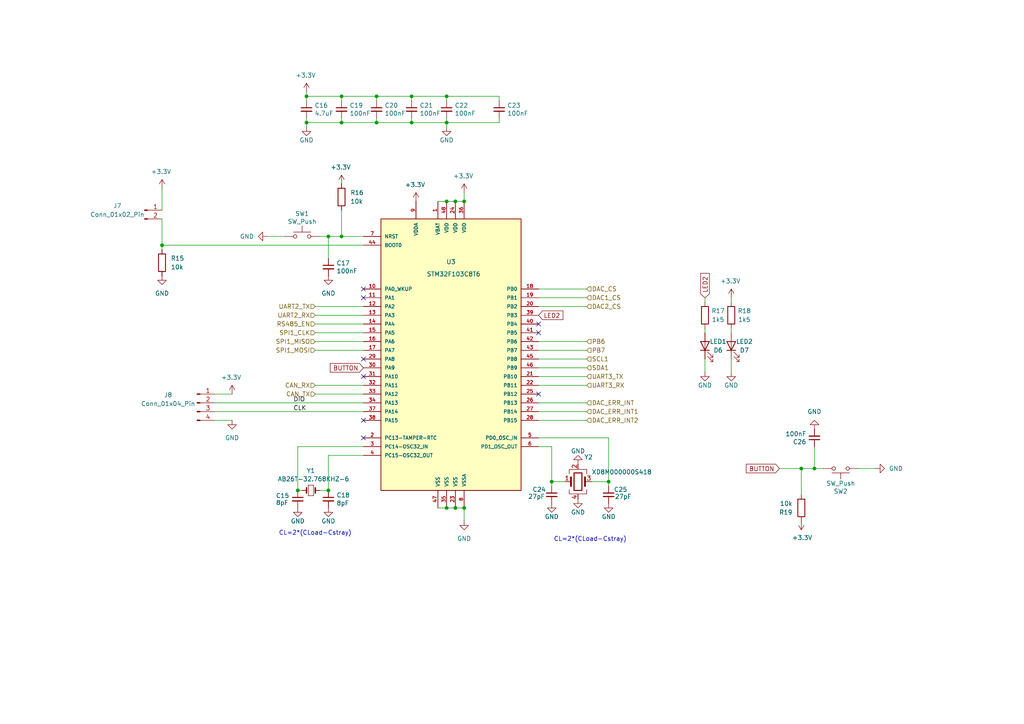
<source format=kicad_sch>
(kicad_sch (version 20231120) (generator "eeschema") (generator_version "8.0")
  (paper "A4")
  (lib_symbols
    (symbol "Connector:Conn_01x02_Pin" (pin_names (offset 1.016) hide)
      (property "Reference" "J" (at 0 2.54 0))
      (property "Value" "Conn_01x02_Pin" (at 0 -5.08 0))
      (symbol "Conn_01x02_Pin_1_1"
        (polyline (pts (xy 1.27 -2.54) (xy 0.8636 -2.54)) (stroke (width 0.1524)))
        (polyline (pts (xy 1.27 0) (xy 0.8636 0)) (stroke (width 0.1524)))
        (rectangle (start 0.8636 -2.413) (end 0 -2.667) (stroke (width 0.1524)) (fill (type outline)))
        (rectangle (start 0.8636 0.127) (end 0 -0.127) (stroke (width 0.1524)) (fill (type outline)))
        (pin passive line (at 5.08 0 180) (length 3.81) (name "Pin_1") (number "1"))
        (pin passive line (at 5.08 -2.54 180) (length 3.81) (name "Pin_2") (number "2"))
      )
    )
    (symbol "Connector:Conn_01x04_Pin" (pin_names (offset 1.016) hide)
      (property "Reference" "J" (at 0 5.08 0))
      (property "Value" "Conn_01x04_Pin" (at 0 -7.62 0))
      (symbol "Conn_01x04_Pin_1_1"
        (polyline (pts (xy 1.27 -5.08) (xy 0.8636 -5.08)) (stroke (width 0.1524)))
        (polyline (pts (xy 1.27 -2.54) (xy 0.8636 -2.54)) (stroke (width 0.1524)))
        (polyline (pts (xy 1.27 0) (xy 0.8636 0)) (stroke (width 0.1524)))
        (polyline (pts (xy 1.27 2.54) (xy 0.8636 2.54)) (stroke (width 0.1524)))
        (rectangle (start 0.8636 -4.953) (end 0 -5.207) (stroke (width 0.1524)) (fill (type outline)))
        (rectangle (start 0.8636 -2.413) (end 0 -2.667) (stroke (width 0.1524)) (fill (type outline)))
        (rectangle (start 0.8636 0.127) (end 0 -0.127) (stroke (width 0.1524)) (fill (type outline)))
        (rectangle (start 0.8636 2.667) (end 0 2.413) (stroke (width 0.1524)) (fill (type outline)))
        (pin passive line (at 5.08 2.54 180) (length 3.81) (name "Pin_1") (number "1"))
        (pin passive line (at 5.08 0 180) (length 3.81) (name "Pin_2") (number "2"))
        (pin passive line (at 5.08 -2.54 180) (length 3.81) (name "Pin_3") (number "3"))
        (pin passive line (at 5.08 -5.08 180) (length 3.81) (name "Pin_4") (number "4"))
      )
    )
    (symbol "Device:C_Small" (pin_numbers hide) (pin_names (offset 0.254) hide)
      (property "Reference" "C" (at 0.254 1.778 0))
      (property "Value" "C_Small" (at 0.254 -2.032 0))
      (symbol "C_Small_0_1"
        (polyline (pts (xy -1.524 -0.508) (xy 1.524 -0.508)) (stroke (width 0.3302)))
        (polyline (pts (xy -1.524 0.508) (xy 1.524 0.508)) (stroke (width 0.3048)))
      )
      (symbol "C_Small_1_1"
        (pin passive line (at 0 2.54 270) (length 2.032) (name "~") (number "1"))
        (pin passive line (at 0 -2.54 90) (length 2.032) (name "~") (number "2"))
      )
    )
    (symbol "Device:Crystal_GND24" (pin_names (offset 1.016) hide)
      (property "Reference" "Y" (at 3.175 5.08 0))
      (property "Value" "Crystal_GND24" (at 3.175 3.175 0))
      (symbol "Crystal_GND24_0_1"
        (rectangle (start -1.143 2.54) (end 1.143 -2.54) (stroke (width 0.3048)))
        (polyline (pts (xy -2.54 0) (xy -2.032 0)))
        (polyline (pts (xy -2.032 -1.27) (xy -2.032 1.27)) (stroke (width 0.508)))
        (polyline (pts (xy 0 -3.81) (xy 0 -3.556)))
        (polyline (pts (xy 0 3.556) (xy 0 3.81)))
        (polyline (pts (xy 2.032 -1.27) (xy 2.032 1.27)) (stroke (width 0.508)))
        (polyline (pts (xy 2.032 0) (xy 2.54 0)))
        (polyline (pts (xy -2.54 -2.286) (xy -2.54 -3.556) (xy 2.54 -3.556) (xy 2.54 -2.286)))
        (polyline (pts (xy -2.54 2.286) (xy -2.54 3.556) (xy 2.54 3.556) (xy 2.54 2.286)))
      )
      (symbol "Crystal_GND24_1_1"
        (pin passive line (at -3.81 0 0) (length 1.27) (name "1") (number "1"))
        (pin passive line (at 0 5.08 270) (length 1.27) (name "2") (number "2"))
        (pin passive line (at 3.81 0 180) (length 1.27) (name "3") (number "3"))
        (pin passive line (at 0 -5.08 90) (length 1.27) (name "4") (number "4"))
      )
    )
    (symbol "Device:Crystal_Small" (pin_numbers hide) (pin_names (offset 1.016) hide)
      (property "Reference" "Y" (at 0 2.54 0))
      (property "Value" "Crystal_Small" (at 0 -2.54 0))
      (symbol "Crystal_Small_0_1"
        (rectangle (start -0.762 -1.524) (end 0.762 1.524))
        (polyline (pts (xy -1.27 -0.762) (xy -1.27 0.762)) (stroke (width 0.381)))
        (polyline (pts (xy 1.27 -0.762) (xy 1.27 0.762)) (stroke (width 0.381)))
      )
      (symbol "Crystal_Small_1_1"
        (pin passive line (at -2.54 0 0) (length 1.27) (name "1") (number "1"))
        (pin passive line (at 2.54 0 180) (length 1.27) (name "2") (number "2"))
      )
    )
    (symbol "Device:LED" (pin_numbers hide) (pin_names (offset 1.016) hide)
      (property "Reference" "D" (at 0 2.54 0))
      (property "Value" "LED" (at 0 -2.54 0))
      (symbol "LED_0_1"
        (polyline (pts (xy -1.27 -1.27) (xy -1.27 1.27)) (stroke (width 0.254)))
        (polyline (pts (xy -1.27 0) (xy 1.27 0)))
        (polyline (pts (xy 1.27 -1.27) (xy 1.27 1.27) (xy -1.27 0) (xy 1.27 -1.27)) (stroke (width 0.254)))
        (polyline (pts (xy -3.048 -0.762) (xy -4.572 -2.286) (xy -3.81 -2.286) (xy -4.572 -2.286) (xy -4.572 -1.524)))
        (polyline (pts (xy -1.778 -0.762) (xy -3.302 -2.286) (xy -2.54 -2.286) (xy -3.302 -2.286) (xy -3.302 -1.524)))
      )
      (symbol "LED_1_1"
        (pin passive line (at -3.81 0 0) (length 2.54) (name "K") (number "1"))
        (pin passive line (at 3.81 0 180) (length 2.54) (name "A") (number "2"))
      )
    )
    (symbol "Device:R" (pin_numbers hide) (pin_names (offset 0))
      (property "Reference" "R" (at 2.032 0 90))
      (property "Value" "R" (at 0 0 90))
      (symbol "R_0_1"
        (rectangle (start -1.016 -2.54) (end 1.016 2.54) (stroke (width 0.254)))
      )
      (symbol "R_1_1"
        (pin passive line (at 0 3.81 270) (length 1.27) (name "~") (number "1"))
        (pin passive line (at 0 -3.81 90) (length 1.27) (name "~") (number "2"))
      )
    )
    (symbol "GND_1" (power) (pin_numbers hide) (pin_names (offset 0) hide)
      (property "Value" "GND" (at 0 -3.81 0))
      (symbol "GND_1_0_1"
        (polyline (pts (xy 0 0) (xy 0 -1.27) (xy 1.27 -1.27) (xy 0 -2.54) (xy -1.27 -1.27) (xy 0 -1.27)))
      )
      (symbol "GND_1_1_1"
        (pin power_in line (at 0 0 270) (length 0) (name "~") (number "1"))
      )
    )
    (symbol "GND_2" (power) (pin_numbers hide) (pin_names (offset 0) hide)
      (property "Value" "GND" (at 0 -3.81 0))
      (symbol "GND_2_0_1"
        (polyline (pts (xy 0 0) (xy 0 -1.27) (xy 1.27 -1.27) (xy 0 -2.54) (xy -1.27 -1.27) (xy 0 -1.27)))
      )
      (symbol "GND_2_1_1"
        (pin power_in line (at 0 0 270) (length 0) (name "~") (number "1"))
      )
    )
    (symbol "STM32F103C8T6:STM32F103C8T6" (pin_names (offset 1.016))
      (property "Reference" "U8" (at 0 28.194 0))
      (property "Value" "STM32F103C8T6" (at 0.762 24.638 0))
      (symbol "STM32F103C8T6_0_0"
        (rectangle (start -20.32 40.64) (end 20.32 -38.1) (stroke (width 0.254)) (fill (type background)))
        (pin bidirectional line (at -3.81 45.72 270) (length 5.08) (name "VBAT") (number "1"))
        (pin bidirectional line (at -25.4 20.32 0) (length 5.08) (name "PA0_WKUP") (number "10"))
        (pin bidirectional line (at -25.4 17.78 0) (length 5.08) (name "PA1") (number "11"))
        (pin bidirectional line (at -25.4 15.24 0) (length 5.08) (name "PA2") (number "12"))
        (pin bidirectional line (at -25.4 12.7 0) (length 5.08) (name "PA3") (number "13"))
        (pin bidirectional line (at -25.4 10.16 0) (length 5.08) (name "PA4") (number "14"))
        (pin bidirectional line (at -25.4 7.62 0) (length 5.08) (name "PA5") (number "15"))
        (pin bidirectional line (at -25.4 5.08 0) (length 5.08) (name "PA6") (number "16"))
        (pin bidirectional line (at -25.4 2.54 0) (length 5.08) (name "PA7") (number "17"))
        (pin bidirectional line (at 25.4 20.32 180) (length 5.08) (name "PB0") (number "18"))
        (pin bidirectional line (at 25.4 17.78 180) (length 5.08) (name "PB1") (number "19"))
        (pin bidirectional line (at -25.4 -22.86 0) (length 5.08) (name "PC13-TAMPER-RTC") (number "2"))
        (pin bidirectional line (at 25.4 15.24 180) (length 5.08) (name "PB2") (number "20"))
        (pin bidirectional line (at 25.4 -5.08 180) (length 5.08) (name "PB10") (number "21"))
        (pin bidirectional line (at 25.4 -7.62 180) (length 5.08) (name "PB11") (number "22"))
        (pin power_in line (at 1.27 -43.18 90) (length 5.08) (name "VSS") (number "23"))
        (pin power_in line (at 1.27 45.72 270) (length 5.08) (name "VDD") (number "24"))
        (pin bidirectional line (at 25.4 -10.16 180) (length 5.08) (name "PB12") (number "25"))
        (pin bidirectional line (at 25.4 -12.7 180) (length 5.08) (name "PB13") (number "26"))
        (pin bidirectional line (at 25.4 -15.24 180) (length 5.08) (name "PB14") (number "27"))
        (pin bidirectional line (at 25.4 -17.78 180) (length 5.08) (name "PB15") (number "28"))
        (pin bidirectional line (at -25.4 0 0) (length 5.08) (name "PA8") (number "29"))
        (pin bidirectional line (at -25.4 -25.4 0) (length 5.08) (name "PC14-OSC32_IN") (number "3"))
        (pin bidirectional line (at -25.4 -2.54 0) (length 5.08) (name "PA9") (number "30"))
        (pin bidirectional line (at -25.4 -5.08 0) (length 5.08) (name "PA10") (number "31"))
        (pin bidirectional line (at -25.4 -7.62 0) (length 5.08) (name "PA11") (number "32"))
        (pin bidirectional line (at -25.4 -10.16 0) (length 5.08) (name "PA12") (number "33"))
        (pin bidirectional line (at -25.4 -12.7 0) (length 5.08) (name "PA13") (number "34"))
        (pin power_in line (at -1.27 -43.18 90) (length 5.08) (name "VSS") (number "35"))
        (pin power_in line (at 3.81 45.72 270) (length 5.08) (name "VDD") (number "36"))
        (pin bidirectional line (at -25.4 -15.24 0) (length 5.08) (name "PA14") (number "37"))
        (pin bidirectional line (at -25.4 -17.78 0) (length 5.08) (name "PA15") (number "38"))
        (pin bidirectional line (at 25.4 12.7 180) (length 5.08) (name "PB3") (number "39"))
        (pin bidirectional line (at -25.4 -27.94 0) (length 5.08) (name "PC15-OSC32_OUT") (number "4"))
        (pin bidirectional line (at 25.4 10.16 180) (length 5.08) (name "PB4") (number "40"))
        (pin bidirectional line (at 25.4 7.62 180) (length 5.08) (name "PB5") (number "41"))
        (pin bidirectional line (at 25.4 5.08 180) (length 5.08) (name "PB6") (number "42"))
        (pin bidirectional line (at 25.4 2.54 180) (length 5.08) (name "PB7") (number "43"))
        (pin input line (at -25.4 33.02 0) (length 5.08) (name "BOOT0") (number "44"))
        (pin bidirectional line (at 25.4 0 180) (length 5.08) (name "PB8") (number "45"))
        (pin bidirectional line (at 25.4 -2.54 180) (length 5.08) (name "PB9") (number "46"))
        (pin power_in line (at -3.81 -43.18 90) (length 5.08) (name "VSS") (number "47"))
        (pin power_in line (at -1.27 45.72 270) (length 5.08) (name "VDD") (number "48"))
        (pin bidirectional line (at 25.4 -22.86 180) (length 5.08) (name "PD0_OSC_IN") (number "5"))
        (pin bidirectional line (at 25.4 -25.4 180) (length 5.08) (name "PD1_OSC_OUT") (number "6"))
        (pin input line (at -25.4 35.56 0) (length 5.08) (name "NRST") (number "7"))
        (pin power_in line (at 3.81 -43.18 90) (length 5.08) (name "VSSA") (number "8"))
        (pin power_in line (at -10.16 45.72 270) (length 5.08) (name "VDDA") (number "9"))
      )
    )
    (symbol "Switch:SW_Push" (pin_numbers hide) (pin_names (offset 1.016) hide)
      (property "Reference" "SW" (at 1.27 2.54 0))
      (property "Value" "SW_Push" (at 0 -1.524 0))
      (symbol "SW_Push_0_1"
        (circle (center -2.032 0) (radius 0.508))
        (polyline (pts (xy 0 1.27) (xy 0 3.048)))
        (polyline (pts (xy 2.54 1.27) (xy -2.54 1.27)))
        (circle (center 2.032 0) (radius 0.508))
        (pin passive line (at -5.08 0 0) (length 2.54) (name "1") (number "1"))
        (pin passive line (at 5.08 0 180) (length 2.54) (name "2") (number "2"))
      )
    )
    (symbol "power:+3.3V" (power) (pin_names (offset 0))
      (property "Value" "+3.3V" (at 0 3.556 0))
      (symbol "+3.3V_0_1"
        (polyline (pts (xy -0.762 1.27) (xy 0 2.54)))
        (polyline (pts (xy 0 0) (xy 0 2.54)))
        (polyline (pts (xy 0 2.54) (xy 0.762 1.27)))
      )
      (symbol "+3.3V_1_1"
        (pin power_in line (at 0 0 90) (length 0) hide (name "+3.3V") (number "1"))
      )
    )
    (symbol "power:GND" (power) (pin_names (offset 0))
      (property "Value" "GND" (at 0 -3.81 0))
      (symbol "GND_0_1"
        (polyline (pts (xy 0 0) (xy 0 -1.27) (xy 1.27 -1.27) (xy 0 -2.54) (xy -1.27 -1.27) (xy 0 -1.27)))
      )
      (symbol "GND_1_1"
        (pin power_in line (at 0 0 270) (length 0) hide (name "GND") (number "1"))
      )
    )
  )
  (junction (at 232.41 135.89))
  (junction (at 129.54 27.94))
  (junction (at 95.25 142.24))
  (junction (at 160.02 139.7))
  (junction (at 176.53 139.7))
  (junction (at 132.08 58.42))
  (junction (at 109.22 27.94))
  (junction (at 95.25 68.58))
  (junction (at 88.9 27.94))
  (junction (at 132.08 147.32))
  (junction (at 86.36 142.24))
  (junction (at 119.38 27.94))
  (junction (at 119.38 35.56))
  (junction (at 129.54 58.42))
  (junction (at 109.22 35.56))
  (junction (at 46.99 71.12))
  (junction (at 129.54 147.32))
  (junction (at 134.62 58.42))
  (junction (at 88.9 35.56))
  (junction (at 236.22 135.89))
  (junction (at 134.62 147.32))
  (junction (at 129.54 35.56))
  (junction (at 99.06 68.58))
  (junction (at 99.06 27.94))
  (junction (at 99.06 35.56))
  (no_connect (at 105.41 127))
  (no_connect (at 156.21 93.98))
  (no_connect (at 105.41 104.14))
  (no_connect (at 105.41 109.22))
  (no_connect (at 156.21 96.52))
  (no_connect (at 105.41 121.92))
  (no_connect (at 156.21 114.3))
  (no_connect (at 105.41 86.36))
  (no_connect (at 105.41 83.82))
  (wire (pts (xy 160.02 140.97) (xy 160.02 139.7)))
  (wire (pts (xy 176.53 127) (xy 176.53 139.7)))
  (wire (pts (xy 119.38 34.29) (xy 119.38 35.56)))
  (wire (pts (xy 236.22 135.89) (xy 236.22 129.54)))
  (wire (pts (xy 91.44 114.3) (xy 105.41 114.3)))
  (wire (pts (xy 119.38 29.21) (xy 119.38 27.94)))
  (wire (pts (xy 170.18 121.92) (xy 156.21 121.92)))
  (wire (pts (xy 170.18 119.38) (xy 156.21 119.38)))
  (wire (pts (xy 170.18 86.36) (xy 156.21 86.36)))
  (wire (pts (xy 109.22 29.21) (xy 109.22 27.94)))
  (wire (pts (xy 160.02 139.7) (xy 163.83 139.7)))
  (wire (pts (xy 127 147.32) (xy 129.54 147.32)))
  (wire (pts (xy 95.25 132.08) (xy 105.41 132.08)))
  (wire (pts (xy 99.06 60.96) (xy 99.06 68.58)))
  (wire (pts (xy 91.44 111.76) (xy 105.41 111.76)))
  (wire (pts (xy 171.45 139.7) (xy 176.53 139.7)))
  (wire (pts (xy 170.18 116.84) (xy 156.21 116.84)))
  (wire (pts (xy 134.62 147.32) (xy 134.62 151.13)))
  (wire (pts (xy 95.25 142.24) (xy 95.25 132.08)))
  (wire (pts (xy 204.47 95.25) (xy 204.47 96.52)))
  (wire (pts (xy 99.06 27.94) (xy 88.9 27.94)))
  (wire (pts (xy 99.06 68.58) (xy 105.41 68.58)))
  (wire (pts (xy 254 135.89) (xy 248.92 135.89)))
  (wire (pts (xy 232.41 143.51) (xy 232.41 135.89)))
  (wire (pts (xy 62.23 119.38) (xy 105.41 119.38)))
  (wire (pts (xy 109.22 35.56) (xy 119.38 35.56)))
  (wire (pts (xy 127 58.42) (xy 129.54 58.42)))
  (wire (pts (xy 119.38 27.94) (xy 109.22 27.94)))
  (wire (pts (xy 109.22 34.29) (xy 109.22 35.56)))
  (wire (pts (xy 88.9 27.94) (xy 88.9 29.21)))
  (wire (pts (xy 46.99 63.5) (xy 46.99 71.12)))
  (wire (pts (xy 109.22 27.94) (xy 99.06 27.94)))
  (wire (pts (xy 134.62 55.88) (xy 134.62 58.42)))
  (wire (pts (xy 170.18 111.76) (xy 156.21 111.76)))
  (wire (pts (xy 62.23 114.3) (xy 67.31 114.3)))
  (wire (pts (xy 91.44 88.9) (xy 105.41 88.9)))
  (wire (pts (xy 129.54 29.21) (xy 129.54 27.94)))
  (wire (pts (xy 88.9 35.56) (xy 99.06 35.56)))
  (wire (pts (xy 91.44 93.98) (xy 105.41 93.98)))
  (wire (pts (xy 46.99 71.12) (xy 105.41 71.12)))
  (wire (pts (xy 46.99 71.12) (xy 46.99 72.39)))
  (wire (pts (xy 129.54 35.56) (xy 129.54 36.83)))
  (wire (pts (xy 46.99 54.61) (xy 46.99 60.96)))
  (wire (pts (xy 160.02 129.54) (xy 160.02 139.7)))
  (wire (pts (xy 77.47 68.58) (xy 82.55 68.58)))
  (wire (pts (xy 129.54 34.29) (xy 129.54 35.56)))
  (wire (pts (xy 99.06 35.56) (xy 109.22 35.56)))
  (wire (pts (xy 232.41 135.89) (xy 226.06 135.89)))
  (wire (pts (xy 129.54 35.56) (xy 144.78 35.56)))
  (wire (pts (xy 212.09 104.14) (xy 212.09 107.95)))
  (wire (pts (xy 204.47 104.14) (xy 204.47 107.95)))
  (wire (pts (xy 95.25 142.24) (xy 92.71 142.24)))
  (wire (pts (xy 204.47 86.36) (xy 204.47 87.63)))
  (wire (pts (xy 91.44 99.06) (xy 105.41 99.06)))
  (wire (pts (xy 170.18 109.22) (xy 156.21 109.22)))
  (wire (pts (xy 132.08 147.32) (xy 134.62 147.32)))
  (wire (pts (xy 95.25 68.58) (xy 99.06 68.58)))
  (wire (pts (xy 91.44 91.44) (xy 105.41 91.44)))
  (wire (pts (xy 95.25 68.58) (xy 95.25 74.93)))
  (wire (pts (xy 119.38 35.56) (xy 129.54 35.56)))
  (wire (pts (xy 86.36 142.24) (xy 86.36 129.54)))
  (wire (pts (xy 91.44 101.6) (xy 105.41 101.6)))
  (wire (pts (xy 62.23 121.92) (xy 67.31 121.92)))
  (wire (pts (xy 88.9 34.29) (xy 88.9 35.56)))
  (wire (pts (xy 212.09 95.25) (xy 212.09 96.52)))
  (wire (pts (xy 129.54 27.94) (xy 144.78 27.94)))
  (wire (pts (xy 170.18 83.82) (xy 156.21 83.82)))
  (wire (pts (xy 170.18 99.06) (xy 156.21 99.06)))
  (wire (pts (xy 99.06 27.94) (xy 99.06 29.21)))
  (wire (pts (xy 88.9 26.67) (xy 88.9 27.94)))
  (wire (pts (xy 170.18 104.14) (xy 156.21 104.14)))
  (wire (pts (xy 144.78 27.94) (xy 144.78 29.21)))
  (wire (pts (xy 129.54 27.94) (xy 119.38 27.94)))
  (wire (pts (xy 62.23 116.84) (xy 105.41 116.84)))
  (wire (pts (xy 170.18 88.9) (xy 156.21 88.9)))
  (wire (pts (xy 88.9 35.56) (xy 88.9 36.83)))
  (wire (pts (xy 156.21 127) (xy 176.53 127)))
  (wire (pts (xy 160.02 129.54) (xy 156.21 129.54)))
  (wire (pts (xy 238.76 135.89) (xy 236.22 135.89)))
  (wire (pts (xy 99.06 35.56) (xy 99.06 34.29)))
  (wire (pts (xy 170.18 101.6) (xy 156.21 101.6)))
  (wire (pts (xy 129.54 58.42) (xy 132.08 58.42)))
  (wire (pts (xy 176.53 140.97) (xy 176.53 139.7)))
  (wire (pts (xy 132.08 58.42) (xy 134.62 58.42)))
  (wire (pts (xy 236.22 135.89) (xy 232.41 135.89)))
  (wire (pts (xy 92.71 68.58) (xy 95.25 68.58)))
  (wire (pts (xy 91.44 96.52) (xy 105.41 96.52)))
  (wire (pts (xy 212.09 86.36) (xy 212.09 87.63)))
  (wire (pts (xy 170.18 106.68) (xy 156.21 106.68)))
  (wire (pts (xy 144.78 34.29) (xy 144.78 35.56)))
  (wire (pts (xy 129.54 147.32) (xy 132.08 147.32)))
  (wire (pts (xy 86.36 142.24) (xy 87.63 142.24)))
  (wire (pts (xy 86.36 129.54) (xy 105.41 129.54)))
  (text "CL=2*(CLoad-Cstray)" (at 91.44 154.686 0) (effects (font (size 1.27 1.27))))
  (text "CL=2*(CLoad-Cstray)" (at 171.196 156.464 0) (effects (font (size 1.27 1.27))))
  (label "DIO" (at 85.09 116.84 0))
  (label "CLK" (at 85.09 119.38 0))
  (global_label "LED2" (shape input) (at 204.47 86.36 90) (property "Intersheetrefs" "${INTERSHEET_REFS}" (effects (hide yes))))
  (global_label "LED2" (shape input) (at 156.21 91.44 0) (property "Intersheetrefs" "${INTERSHEET_REFS}" (effects (hide yes))))
  (global_label "BUTTON" (shape input) (at 226.06 135.89 180) (property "Intersheetrefs" "${INTERSHEET_REFS}" (effects (hide yes))))
  (global_label "BUTTON" (shape input) (at 105.41 106.68 180) (property "Intersheetrefs" "${INTERSHEET_REFS}" (effects (hide yes))))
  (hierarchical_label "RS485_EN" (shape input) (at 91.44 93.98 180))
  (hierarchical_label "SPI1_MOSI" (shape input) (at 91.44 101.6 180))
  (hierarchical_label "DAC_ERR_INT" (shape input) (at 170.18 116.84 0))
  (hierarchical_label "SCL1" (shape input) (at 170.18 104.14 0))
  (hierarchical_label "PB7" (shape input) (at 170.18 101.6 0))
  (hierarchical_label "PB6" (shape input) (at 170.18 99.06 0))
  (hierarchical_label "DAC_CS" (shape input) (at 170.18 83.82 0))
  (hierarchical_label "SDA1" (shape input) (at 170.18 106.68 0))
  (hierarchical_label "UART2_RX" (shape input) (at 91.44 91.44 180))
  (hierarchical_label " CAN_TX" (shape input) (at 91.44 114.3 180))
  (hierarchical_label "UART3_RX" (shape input) (at 170.18 111.76 0))
  (hierarchical_label "UART3_TX" (shape input) (at 170.18 109.22 0))
  (hierarchical_label "DAC_ERR_INT2" (shape input) (at 170.18 121.92 0))
  (hierarchical_label "SPI1_MISO" (shape input) (at 91.44 99.06 180))
  (hierarchical_label "SPI1_CLK" (shape input) (at 91.44 96.52 180))
  (hierarchical_label "DAC2_CS" (shape input) (at 170.18 88.9 0))
  (hierarchical_label "DAC1_CS" (shape input) (at 170.18 86.36 0))
  (hierarchical_label "CAN_RX" (shape input) (at 91.44 111.76 180))
  (hierarchical_label "UART2_TX" (shape input) (at 91.44 88.9 180))
  (hierarchical_label "DAC_ERR_INT1" (shape input) (at 170.18 119.38 0))
  (symbol (lib_id "Device:C_Small") (at 176.53 143.51 0) (unit 1)
    (property "Reference" "C25" (at 178.054 141.986 0) (effects (justify left)))
    (property "Value" "27pF" (at 178.308 144.018 0) (effects (justify left)))
    (property "Footprint" "Capacitor_SMD:C_0402_1005Metric" (effects (hide yes)))
    (property "Description" "27 pF ±2% 50V Ceramic Capacitor C0G, NP0 0402 (1005 Metric)" (effects (hide yes)))
    (property "DIGIKEY" "  2571-GMC04CG270G50NTTR-ND" (effects (hide yes)))
    (property "DigiKey" "  2571-GMC04CG270G50NTTR-ND" (effects (hide yes)))
  )
  (symbol (lib_id "Device:Crystal_Small") (at 90.17 142.24 0) (unit 1)
    (property "Reference" "Y1" (at 90.17 136.525 0))
    (property "Value" "AB26T-32.768KHZ-6" (at 90.932 138.938 0))
    (property "Footprint" "footprints:XTAL_AB26T-32.768KHZ-6" (effects (hide yes)))
    (property "Description" "CRYSTAL 32.7680KHZ 6PF TH" (effects (hide yes)))
    (property "DIGIKEY" "535-AB26T-32.768KHZ-6TR-ND" (effects (hide yes)))
    (property "DigiKey" "535-AB26T-32.768KHZ-6TR-ND" (effects (hide yes)))
  )
  (symbol (lib_name "GND_1") (lib_id "power:GND") (at 254 135.89 90) (unit 1)
    (property "Reference" "#PWR035" (effects (hide yes)))
    (property "Value" "GND" (at 257.81 135.8901 90) (effects (justify right)))
    (property "Description" "Power symbol creates a global label with name \"GND\" , ground" (effects (hide yes)))
  )
  (symbol (lib_id "Switch:SW_Push") (at 87.63 68.58 0) (unit 1)
    (property "Reference" "SW1" (at 87.63 61.976 0))
    (property "Value" "SW_Push" (at 87.63 64.262 0))
    (property "Footprint" "footprints:pushbutton" (effects (hide yes)))
    (property "Description" "SWITCH TACTILE SPST-NO 0.05A 24V" (effects (hide yes)))
    (property "DIGIKEY" "1825910-6 " (effects (hide yes)))
    (property "DigiKey" "1825910-6 " (effects (hide yes)))
  )
  (symbol (lib_name "GND_1") (lib_id "power:GND") (at 236.22 124.46 180) (unit 1)
    (property "Reference" "#PWR034" (effects (hide yes)))
    (property "Value" "GND" (at 236.22 119.38 0))
    (property "Description" "Power symbol creates a global label with name \"GND\" , ground" (effects (hide yes)))
  )
  (symbol (lib_id "Device:C_Small") (at 86.36 144.78 0) (unit 1)
    (property "Reference" "C15" (at 80.01 143.764 0) (effects (justify left)))
    (property "Value" "8pF" (at 80.01 145.796 0) (effects (justify left)))
    (property "Footprint" "Capacitor_SMD:C_0402_1005Metric" (effects (hide yes)))
    (property "Description" "CAP CER 8PF 50V C0G/NP0 0402" (effects (hide yes)))
    (property "DIGIKEY" "490-8230-2-ND" (effects (hide yes)))
    (property "DigiKey" "490-8230-2-ND" (effects (hide yes)))
  )
  (symbol (lib_id "power:+3.3V") (at 120.65 58.42 0) (unit 1)
    (property "Reference" "#PWR022" (effects (hide yes)))
    (property "Value" "+3.3V" (at 120.396 53.594 0))
  )
  (symbol (lib_name "GND_2") (lib_id "power:GND") (at 134.62 151.13 0) (unit 1)
    (property "Reference" "#PWR025" (effects (hide yes)))
    (property "Value" "GND" (at 134.62 156.21 0))
    (property "Description" "Power symbol creates a global label with name \"GND\" , ground" (effects (hide yes)))
  )
  (symbol (lib_id "power:+3.3V") (at 88.9 26.67 0) (unit 1)
    (property "Reference" "#PWR017" (effects (hide yes)))
    (property "Value" "+3.3V" (at 88.646 21.844 0))
  )
  (symbol (lib_id "Device:C_Small") (at 119.38 31.75 0) (unit 1)
    (property "Reference" "C21" (at 121.7168 30.5816 0) (effects (justify left)))
    (property "Value" "100nF" (at 121.7168 32.893 0) (effects (justify left)))
    (property "Footprint" "Capacitor_SMD:C_0402_1005Metric" (effects (hide yes)))
    (property "Description" "CAP SMD,0402,X7R,100NF,10%,50V 1" (effects (hide yes)))
    (property "DIGIKEY" "  3372-0402B104K500HITR-ND" (effects (hide yes)))
    (property "DigiKey" "  3372-0402B104K500HITR-ND" (effects (hide yes)))
  )
  (symbol (lib_id "Connector:Conn_01x04_Pin") (at 57.15 116.84 0) (unit 1)
    (property "Reference" "J8" (at 48.768 114.554 0))
    (property "Value" "Conn_01x04_Pin" (at 48.768 117.094 0))
    (property "Footprint" "Connector_PinHeader_2.54mm:PinHeader_1x04_P2.54mm_Vertical" (effects (hide yes)))
    (property "Description" "Generic connector, single row, 01x04, script generated" (effects (hide yes)))
    (property "DIGIKEY" "732-5317-ND" (effects (hide yes)))
    (property "DigiKey" "732-5317-ND" (effects (hide yes)))
  )
  (symbol (lib_id "power:GND") (at 129.54 36.83 0) (unit 1)
    (property "Reference" "#PWR023" (effects (hide yes)))
    (property "Value" "GND" (at 129.54 40.64 0))
  )
  (symbol (lib_id "power:+3.3V") (at 99.06 53.34 0) (unit 1)
    (property "Reference" "#PWR021" (effects (hide yes)))
    (property "Value" "+3.3V" (at 98.806 48.514 0))
  )
  (symbol (lib_id "Device:C_Small") (at 109.22 31.75 0) (unit 1)
    (property "Reference" "C20" (at 111.5568 30.5816 0) (effects (justify left)))
    (property "Value" "100nF" (at 111.5568 32.893 0) (effects (justify left)))
    (property "Footprint" "Capacitor_SMD:C_0402_1005Metric" (effects (hide yes)))
    (property "Description" "CAP SMD,0402,X7R,100NF,10%,50V 1" (effects (hide yes)))
    (property "DIGIKEY" "  3372-0402B104K500HITR-ND" (effects (hide yes)))
    (property "DigiKey" "  3372-0402B104K500HITR-ND" (effects (hide yes)))
  )
  (symbol (lib_id "power:GND") (at 86.36 147.32 0) (unit 1)
    (property "Reference" "#PWR016" (effects (hide yes)))
    (property "Value" "GND" (at 86.36 151.13 0))
  )
  (symbol (lib_id "Device:C_Small") (at 129.54 31.75 0) (unit 1)
    (property "Reference" "C22" (at 131.8768 30.5816 0) (effects (justify left)))
    (property "Value" "100nF" (at 131.8768 32.893 0) (effects (justify left)))
    (property "Footprint" "Capacitor_SMD:C_0402_1005Metric" (effects (hide yes)))
    (property "Description" "CAP SMD,0402,X7R,100NF,10%,50V 1" (effects (hide yes)))
    (property "DIGIKEY" "  3372-0402B104K500HITR-ND" (effects (hide yes)))
    (property "DigiKey" "  3372-0402B104K500HITR-ND" (effects (hide yes)))
  )
  (symbol (lib_id "power:GND") (at 167.64 144.78 0) (unit 1)
    (property "Reference" "#PWR028" (effects (hide yes)))
    (property "Value" "GND" (at 167.64 148.59 0))
  )
  (symbol (lib_id "power:GND") (at 204.47 107.95 0) (unit 1)
    (property "Reference" "#PWR030" (effects (hide yes)))
    (property "Value" "GND" (at 204.47 111.76 0))
  )
  (symbol (lib_id "Device:C_Small") (at 236.22 127 180) (unit 1)
    (property "Reference" "C26" (at 233.8832 128.1684 0) (effects (justify left)))
    (property "Value" "100nF" (at 233.8832 125.857 0) (effects (justify left)))
    (property "Footprint" "Capacitor_SMD:C_0402_1005Metric" (effects (hide yes)))
    (property "Description" "CAP SMD,0402,X7R,100NF,10%,50V 1" (effects (hide yes)))
    (property "DIGIKEY" "  3372-0402B104K500HITR-ND" (effects (hide yes)))
    (property "DigiKey" "  3372-0402B104K500HITR-ND" (effects (hide yes)))
  )
  (symbol (lib_id "power:+3.3V") (at 67.31 114.3 0) (unit 1)
    (property "Reference" "#PWR013" (effects (hide yes)))
    (property "Value" "+3.3V" (at 67.056 109.474 0))
  )
  (symbol (lib_id "power:GND") (at 176.53 146.05 0) (unit 1)
    (property "Reference" "#PWR029" (effects (hide yes)))
    (property "Value" "GND" (at 176.53 149.86 0))
  )
  (symbol (lib_name "GND_1") (lib_id "power:GND") (at 46.99 80.01 0) (unit 1)
    (property "Reference" "#PWR012" (effects (hide yes)))
    (property "Value" "GND" (at 46.99 85.09 0))
    (property "Description" "Power symbol creates a global label with name \"GND\" , ground" (effects (hide yes)))
  )
  (symbol (lib_id "power:GND") (at 88.9 36.83 0) (unit 1)
    (property "Reference" "#PWR018" (effects (hide yes)))
    (property "Value" "GND" (at 88.9 40.64 0))
  )
  (symbol (lib_id "power:GND") (at 212.09 107.95 0) (unit 1)
    (property "Reference" "#PWR032" (effects (hide yes)))
    (property "Value" "GND" (at 212.09 111.76 0))
  )
  (symbol (lib_id "power:GND") (at 167.64 134.62 180) (unit 1)
    (property "Reference" "#PWR027" (effects (hide yes)))
    (property "Value" "GND" (at 167.64 130.81 0))
  )
  (symbol (lib_id "power:GND") (at 95.25 147.32 0) (unit 1)
    (property "Reference" "#PWR020" (effects (hide yes)))
    (property "Value" "GND" (at 95.25 151.13 0))
  )
  (symbol (lib_id "Device:R") (at 46.99 76.2 0) (unit 1)
    (property "Reference" "R15" (at 49.53 74.9299 0) (effects (justify left)))
    (property "Value" "10k" (at 49.53 77.4699 0) (effects (justify left)))
    (property "Footprint" "Resistor_SMD:R_0402_1005Metric" (effects (hide yes)))
    (property "Description" "RES 10K OHM 5% 1/16W 0402" (effects (hide yes)))
    (property "DIGIKEY" "311-10KJRTR-ND " (effects (hide yes)))
    (property "DigiKey" "311-10KJRTR-ND " (effects (hide yes)))
  )
  (symbol (lib_name "GND_1") (lib_id "power:GND") (at 95.25 80.01 0) (unit 1)
    (property "Reference" "#PWR019" (effects (hide yes)))
    (property "Value" "GND" (at 95.25 85.09 0))
    (property "Description" "Power symbol creates a global label with name \"GND\" , ground" (effects (hide yes)))
  )
  (symbol (lib_id "power:+3.3V") (at 46.99 54.61 0) (unit 1)
    (property "Reference" "#PWR011" (effects (hide yes)))
    (property "Value" "+3.3V" (at 46.736 49.784 0))
  )
  (symbol (lib_name "GND_1") (lib_id "power:GND") (at 67.31 121.92 0) (unit 1)
    (property "Reference" "#PWR014" (effects (hide yes)))
    (property "Value" "GND" (at 67.31 127 0))
    (property "Description" "Power symbol creates a global label with name \"GND\" , ground" (effects (hide yes)))
  )
  (symbol (lib_id "Device:Crystal_GND24") (at 167.64 139.7 0) (unit 1)
    (property "Reference" "Y2" (at 170.688 132.588 0))
    (property "Value" "XD8M000000S418" (at 180.34 136.906 0))
    (property "Footprint" "Crystal_SMD_EuroQuartz_MJ-4Pin_5.0x3.2mm" (effects (hide yes)))
    (property "Description" "CRYSTAL 8MHZ 20ppm, 18pF 4 Pads" (effects (hide yes)))
    (property "DIGIKEY" "XD8M000000S418" (effects (hide yes)))
    (property "DigiKey" "XD8M000000S418" (effects (hide yes)))
  )
  (symbol (lib_id "STM32F103C8T6:STM32F103C8T6") (at 130.81 104.14 0) (unit 1)
    (property "Reference" "U3" (at 130.81 75.946 0))
    (property "Value" "STM32F103C8T6" (at 131.572 79.502 0))
    (property "Footprint" "footprints:LQFP48_STM" (effects (hide yes)))
    (property "Description" "IC MCU 32BIT 64KB FLASH 48LQFP" (effects (hide yes)))
    (property "DIGIKEY" "  497-6063-ND" (effects (hide yes)))
    (property "DigiKey" "  497-6063-ND" (effects (hide yes)))
  )
  (symbol (lib_id "Device:C_Small") (at 88.9 31.75 0) (unit 1)
    (property "Reference" "C16" (at 91.2368 30.5816 0) (effects (justify left)))
    (property "Value" "4.7uF" (at 91.2368 32.893 0) (effects (justify left)))
    (property "Footprint" "Capacitor_SMD:C_0603_1608Metric" (effects (hide yes)))
    (property "Description" "CAP CER 4.7UF 10V X5R 0603" (effects (hide yes)))
    (property "DIGIKEY" "3372-0603W475K100XDTR-ND" (effects (hide yes)))
    (property "DigiKey" "3372-0603W475K100XDTR-ND" (effects (hide yes)))
  )
  (symbol (lib_id "power:GND") (at 160.02 146.05 0) (unit 1)
    (property "Reference" "#PWR026" (effects (hide yes)))
    (property "Value" "GND" (at 160.02 149.86 0))
  )
  (symbol (lib_id "Device:R") (at 204.47 91.44 0) (unit 1)
    (property "Reference" "R17" (at 208.28 90.17 0))
    (property "Value" "1k5" (at 208.28 92.71 0))
    (property "Footprint" "Resistor_SMD:R_0603_1608Metric" (effects (hide yes)))
    (property "Description" "RES 1.5K OHM 5% 1/10W 0603" (effects (hide yes)))
    (property "DIGIKEY" "  311-1.5KGRTR-ND" (effects (hide yes)))
    (property "DigiKey" "  311-1.5KGRTR-ND" (effects (hide yes)))
  )
  (symbol (lib_id "Device:R") (at 232.41 147.32 180) (unit 1)
    (property "Reference" "R19" (at 229.87 148.5901 0) (effects (justify left)))
    (property "Value" "10k" (at 229.87 146.0501 0) (effects (justify left)))
    (property "Footprint" "Resistor_SMD:R_0402_1005Metric" (effects (hide yes)))
    (property "Description" "RES 10K OHM 5% 1/16W 0402" (effects (hide yes)))
    (property "DIGIKEY" "311-10KJRTR-ND " (effects (hide yes)))
    (property "DigiKey" "311-10KJRTR-ND " (effects (hide yes)))
  )
  (symbol (lib_id "Connector:Conn_01x02_Pin") (at 41.91 60.96 0) (unit 1)
    (property "Reference" "J7" (at 34.036 59.69 0))
    (property "Value" "Conn_01x02_Pin" (at 34.036 62.23 0))
    (property "Footprint" "Connector_PinHeader_2.54mm:PinHeader_1x02_P2.54mm_Vertical" (effects (hide yes)))
    (property "Description" "Generic connector, single row, 01x02, script generated" (effects (hide yes)))
    (property "DIGIKEY" "952-2262-ND " (effects (hide yes)))
    (property "DigiKey" "952-2262-ND " (effects (hide yes)))
  )
  (symbol (lib_id "Device:R") (at 212.09 91.44 0) (unit 1)
    (property "Reference" "R18" (at 215.9 90.17 0))
    (property "Value" "1k5" (at 215.9 92.71 0))
    (property "Footprint" "Resistor_SMD:R_0603_1608Metric" (effects (hide yes)))
    (property "Description" "RES 1.5K OHM 5% 1/10W 0603" (effects (hide yes)))
    (property "DIGIKEY" "  311-1.5KGRTR-ND" (effects (hide yes)))
    (property "DigiKey" "  311-1.5KGRTR-ND" (effects (hide yes)))
  )
  (symbol (lib_id "Device:C_Small") (at 95.25 77.47 0) (unit 1)
    (property "Reference" "C17" (at 97.5868 76.3016 0) (effects (justify left)))
    (property "Value" "100nF" (at 97.5868 78.613 0) (effects (justify left)))
    (property "Footprint" "Capacitor_SMD:C_0402_1005Metric" (effects (hide yes)))
    (property "Description" "CAP SMD,0402,X7R,100NF,10%,50V 1" (effects (hide yes)))
    (property "DIGIKEY" "  3372-0402B104K500HITR-ND" (effects (hide yes)))
    (property "DigiKey" "  3372-0402B104K500HITR-ND" (effects (hide yes)))
  )
  (symbol (lib_id "Device:C_Small") (at 160.02 143.51 0) (unit 1)
    (property "Reference" "C24" (at 154.432 141.986 0) (effects (justify left)))
    (property "Value" "27pF" (at 153.162 144.018 0) (effects (justify left)))
    (property "Footprint" "Capacitor_SMD:C_0402_1005Metric" (effects (hide yes)))
    (property "Description" "27 pF ±2% 50V Ceramic Capacitor C0G, NP0 0402 (1005 Metric)" (effects (hide yes)))
    (property "DIGIKEY" "  2571-GMC04CG270G50NTTR-ND" (effects (hide yes)))
    (property "DigiKey" "  2571-GMC04CG270G50NTTR-ND" (effects (hide yes)))
  )
  (symbol (lib_id "Switch:SW_Push") (at 243.84 135.89 180) (unit 1)
    (property "Reference" "SW2" (at 243.84 142.494 0))
    (property "Value" "SW_Push" (at 243.84 140.208 0))
    (property "Footprint" "footprints:pushbutton" (effects (hide yes)))
    (property "Description" "SWITCH TACTILE SPST-NO 0.05A 24V" (effects (hide yes)))
    (property "DIGIKEY" "1825910-6 " (effects (hide yes)))
    (property "DigiKey" "1825910-6 " (effects (hide yes)))
  )
  (symbol (lib_id "Device:LED") (at 204.47 100.33 90) (unit 1)
    (property "Reference" "D6" (at 208.28 101.6 90))
    (property "Value" "LED1" (at 208.28 99.06 90))
    (property "Footprint" "LED_SMD:LED_0603_1608Metric" (effects (hide yes)))
    (property "Description" "LED YELLOW-GREEN CLEAR 0603 SMD" (effects (hide yes)))
    (property "DIGIKEY" "  5859-YY0603YG-NN3S0-T2AR4TR-ND" (effects (hide yes)))
    (property "DigiKey" "  5859-YY0603YG-NN3S0-T2AR4TR-ND" (effects (hide yes)))
  )
  (symbol (lib_id "Device:C_Small") (at 144.78 31.75 0) (unit 1)
    (property "Reference" "C23" (at 147.1168 30.5816 0) (effects (justify left)))
    (property "Value" "100nF" (at 147.1168 32.893 0) (effects (justify left)))
    (property "Footprint" "Capacitor_SMD:C_0402_1005Metric" (effects (hide yes)))
    (property "Description" "CAP SMD,0402,X7R,100NF,10%,50V 1" (effects (hide yes)))
    (property "DIGIKEY" "  3372-0402B104K500HITR-ND" (effects (hide yes)))
    (property "DigiKey" "  3372-0402B104K500HITR-ND" (effects (hide yes)))
  )
  (symbol (lib_id "Device:LED") (at 212.09 100.33 90) (unit 1)
    (property "Reference" "D7" (at 215.9 101.6 90))
    (property "Value" "LED2" (at 215.9 99.06 90))
    (property "Footprint" "LED_SMD:LED_0603_1608Metric" (effects (hide yes)))
    (property "Description" "LED RED CLEAR 0603 SMD" (effects (hide yes)))
    (property "DIGIKEY" "5859-YY0603RE-NN3S0-T2AR4TR-ND" (effects (hide yes)))
    (property "DigiKey" "5859-YY0603RE-NN3S0-T2AR4TR-ND" (effects (hide yes)))
  )
  (symbol (lib_id "Device:C_Small") (at 99.06 31.75 0) (unit 1)
    (property "Reference" "C19" (at 101.3968 30.5816 0) (effects (justify left)))
    (property "Value" "100nF" (at 101.3968 32.893 0) (effects (justify left)))
    (property "Footprint" "Capacitor_SMD:C_0402_1005Metric" (effects (hide yes)))
    (property "Description" "CAP SMD,0402,X7R,100NF,10%,50V 1" (effects (hide yes)))
    (property "DIGIKEY" "  3372-0402B104K500HITR-ND" (effects (hide yes)))
    (property "DigiKey" "  3372-0402B104K500HITR-ND" (effects (hide yes)))
  )
  (symbol (lib_id "Device:R") (at 99.06 57.15 0) (unit 1)
    (property "Reference" "R16" (at 101.6 55.8799 0) (effects (justify left)))
    (property "Value" "10k" (at 101.6 58.4199 0) (effects (justify left)))
    (property "Footprint" "Resistor_SMD:R_0402_1005Metric" (effects (hide yes)))
    (property "Description" "RES 10K OHM 5% 1/16W 0402" (effects (hide yes)))
    (property "DIGIKEY" "311-10KJRTR-ND " (effects (hide yes)))
    (property "DigiKey" "311-10KJRTR-ND " (effects (hide yes)))
  )
  (symbol (lib_id "power:+3.3V") (at 232.41 151.13 180) (unit 1)
    (property "Reference" "#PWR033" (effects (hide yes)))
    (property "Value" "+3.3V" (at 232.664 155.956 0))
  )
  (symbol (lib_id "power:+3.3V") (at 212.09 86.36 0) (unit 1)
    (property "Reference" "#PWR031" (effects (hide yes)))
    (property "Value" "+3.3V" (at 211.836 81.534 0))
  )
  (symbol (lib_name "GND_1") (lib_id "power:GND") (at 77.47 68.58 270) (unit 1)
    (property "Reference" "#PWR015" (effects (hide yes)))
    (property "Value" "GND" (at 73.66 68.5799 90) (effects (justify right)))
    (property "Description" "Power symbol creates a global label with name \"GND\" , ground" (effects (hide yes)))
  )
  (symbol (lib_id "power:+3.3V") (at 134.62 55.88 0) (unit 1)
    (property "Reference" "#PWR024" (effects (hide yes)))
    (property "Value" "+3.3V" (at 134.366 51.054 0))
  )
  (symbol (lib_id "Device:C_Small") (at 95.25 144.78 0) (unit 1)
    (property "Reference" "C18" (at 97.5868 143.6116 0) (effects (justify left)))
    (property "Value" "8pF" (at 97.5868 145.923 0) (effects (justify left)))
    (property "Footprint" "Capacitor_SMD:C_0402_1005Metric" (effects (hide yes)))
    (property "Description" "CAP CER 8PF 50V C0G/NP0 0402" (effects (hide yes)))
    (property "DIGIKEY" "490-8230-2-ND" (effects (hide yes)))
    (property "DigiKey" "490-8230-2-ND" (effects (hide yes)))
  )
)
</source>
